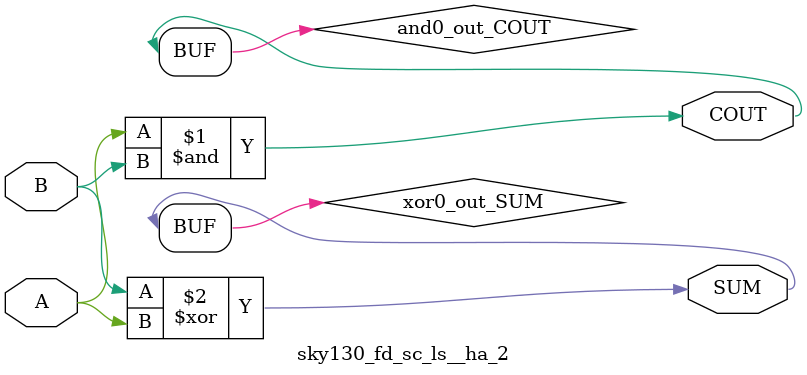
<source format=v>
/*
 * Copyright 2020 The SkyWater PDK Authors
 *
 * Licensed under the Apache License, Version 2.0 (the "License");
 * you may not use this file except in compliance with the License.
 * You may obtain a copy of the License at
 *
 *     https://www.apache.org/licenses/LICENSE-2.0
 *
 * Unless required by applicable law or agreed to in writing, software
 * distributed under the License is distributed on an "AS IS" BASIS,
 * WITHOUT WARRANTIES OR CONDITIONS OF ANY KIND, either express or implied.
 * See the License for the specific language governing permissions and
 * limitations under the License.
 *
 * SPDX-License-Identifier: Apache-2.0
*/


`ifndef SKY130_FD_SC_LS__HA_2_FUNCTIONAL_V
`define SKY130_FD_SC_LS__HA_2_FUNCTIONAL_V

/**
 * ha: Half adder.
 *
 * Verilog simulation functional model.
 */

`timescale 1ns / 1ps
`default_nettype none

`celldefine
module sky130_fd_sc_ls__ha_2 (
    COUT,
    SUM ,
    A   ,
    B
);

    // Module ports
    output COUT;
    output SUM ;
    input  A   ;
    input  B   ;

    // Local signals
    wire and0_out_COUT;
    wire xor0_out_SUM ;

    //  Name  Output         Other arguments
    and and0 (and0_out_COUT, A, B           );
    buf buf0 (COUT         , and0_out_COUT  );
    xor xor0 (xor0_out_SUM , B, A           );
    buf buf1 (SUM          , xor0_out_SUM   );

endmodule
`endcelldefine

`default_nettype wire
`endif  // SKY130_FD_SC_LS__HA_2_FUNCTIONAL_V

</source>
